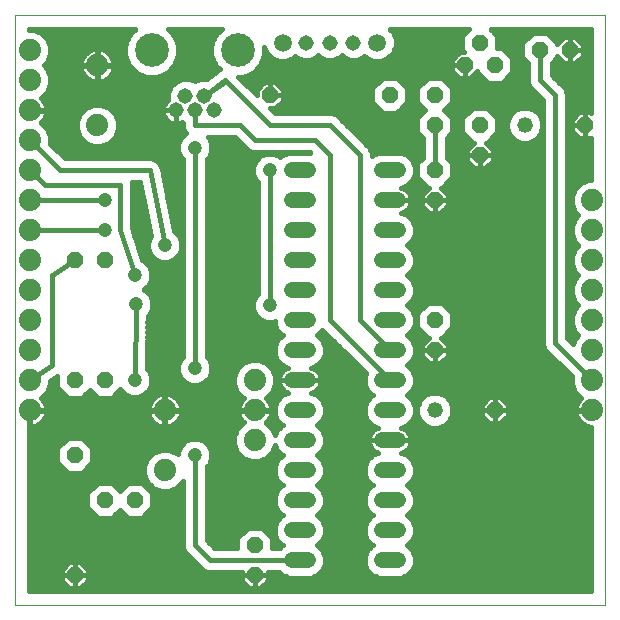
<source format=gbl>
G75*
%MOIN*%
%OFA0B0*%
%FSLAX25Y25*%
%IPPOS*%
%LPD*%
%AMOC8*
5,1,8,0,0,1.08239X$1,22.5*
%
%ADD10C,0.00000*%
%ADD11OC8,0.05200*%
%ADD12C,0.05200*%
%ADD13C,0.05150*%
%ADD14C,0.11220*%
%ADD15C,0.05200*%
%ADD16C,0.05937*%
%ADD17C,0.07400*%
%ADD18C,0.01600*%
%ADD19C,0.04750*%
D10*
X0006000Y0001800D02*
X0006000Y0198650D01*
X0202850Y0198650D01*
X0202850Y0001800D01*
X0006000Y0001800D01*
D11*
X0026000Y0011800D03*
X0036000Y0036800D03*
X0046000Y0036800D03*
X0026000Y0051800D03*
X0026000Y0076800D03*
X0036000Y0076800D03*
X0036000Y0116800D03*
X0026000Y0116800D03*
X0091000Y0171800D03*
X0131000Y0171800D03*
X0146000Y0171800D03*
X0156000Y0181800D03*
X0161000Y0189300D03*
X0166000Y0181800D03*
X0181000Y0186800D03*
X0191000Y0186800D03*
X0196000Y0161800D03*
X0161000Y0161800D03*
X0161000Y0151800D03*
X0146000Y0146800D03*
X0146000Y0136800D03*
X0146000Y0161800D03*
X0146000Y0096800D03*
X0146000Y0086800D03*
X0166000Y0066800D03*
X0086000Y0021800D03*
X0086000Y0011800D03*
D12*
X0146000Y0066800D03*
X0176000Y0161800D03*
D13*
X0118874Y0189300D03*
X0111000Y0189300D03*
X0103126Y0189300D03*
X0072299Y0166721D03*
X0069150Y0171446D03*
X0066000Y0166721D03*
X0062850Y0171446D03*
X0059701Y0166721D03*
D14*
X0051630Y0186800D03*
X0080370Y0186800D03*
D15*
X0098400Y0146800D02*
X0103600Y0146800D01*
X0103600Y0136800D02*
X0098400Y0136800D01*
X0098400Y0126800D02*
X0103600Y0126800D01*
X0103600Y0116800D02*
X0098400Y0116800D01*
X0098400Y0106800D02*
X0103600Y0106800D01*
X0103600Y0096800D02*
X0098400Y0096800D01*
X0098400Y0086800D02*
X0103600Y0086800D01*
X0103600Y0076800D02*
X0098400Y0076800D01*
X0098400Y0066800D02*
X0103600Y0066800D01*
X0103600Y0056800D02*
X0098400Y0056800D01*
X0098400Y0046800D02*
X0103600Y0046800D01*
X0103600Y0036800D02*
X0098400Y0036800D01*
X0098400Y0026800D02*
X0103600Y0026800D01*
X0103600Y0016800D02*
X0098400Y0016800D01*
X0128400Y0016800D02*
X0133600Y0016800D01*
X0133600Y0026800D02*
X0128400Y0026800D01*
X0128400Y0036800D02*
X0133600Y0036800D01*
X0133600Y0046800D02*
X0128400Y0046800D01*
X0128400Y0056800D02*
X0133600Y0056800D01*
X0133600Y0066800D02*
X0128400Y0066800D01*
X0128400Y0076800D02*
X0133600Y0076800D01*
X0133600Y0086800D02*
X0128400Y0086800D01*
X0128400Y0096800D02*
X0133600Y0096800D01*
X0133600Y0106800D02*
X0128400Y0106800D01*
X0128400Y0116800D02*
X0133600Y0116800D01*
X0133600Y0126800D02*
X0128400Y0126800D01*
X0128400Y0136800D02*
X0133600Y0136800D01*
X0133600Y0146800D02*
X0128400Y0146800D01*
D16*
X0126748Y0189300D03*
X0095252Y0189300D03*
D17*
X0033500Y0181800D03*
X0033500Y0161800D03*
X0011000Y0156800D03*
X0011000Y0146800D03*
X0011000Y0136800D03*
X0011000Y0126800D03*
X0011000Y0116800D03*
X0011000Y0106800D03*
X0011000Y0096800D03*
X0011000Y0086800D03*
X0011000Y0076800D03*
X0011000Y0066800D03*
X0056000Y0066800D03*
X0056000Y0046800D03*
X0086000Y0056800D03*
X0086000Y0066800D03*
X0086000Y0076800D03*
X0011000Y0166800D03*
X0011000Y0176800D03*
X0011000Y0186800D03*
X0198500Y0136800D03*
X0198500Y0126800D03*
X0198500Y0116800D03*
X0198500Y0106800D03*
X0198500Y0096800D03*
X0198500Y0086800D03*
X0198500Y0076800D03*
X0198500Y0066800D03*
D18*
X0198050Y0067000D02*
X0198050Y0066600D01*
X0193000Y0066600D01*
X0193000Y0066367D01*
X0193135Y0065512D01*
X0193403Y0064689D01*
X0193796Y0063917D01*
X0194305Y0063217D01*
X0194917Y0062605D01*
X0195617Y0062096D01*
X0196389Y0061703D01*
X0197212Y0061435D01*
X0198050Y0061303D01*
X0198050Y0006600D01*
X0010800Y0006600D01*
X0010800Y0066600D01*
X0011200Y0066600D01*
X0011200Y0067000D01*
X0016500Y0067000D01*
X0016500Y0067233D01*
X0016365Y0068088D01*
X0016097Y0068911D01*
X0015704Y0069683D01*
X0015195Y0070383D01*
X0014710Y0070868D01*
X0014909Y0070950D01*
X0016850Y0072891D01*
X0017900Y0075427D01*
X0017900Y0076593D01*
X0020200Y0078126D01*
X0020200Y0074398D01*
X0023598Y0071000D01*
X0028402Y0071000D01*
X0031000Y0073598D01*
X0033598Y0071000D01*
X0038402Y0071000D01*
X0041207Y0073804D01*
X0041274Y0073642D01*
X0042842Y0072074D01*
X0044891Y0071225D01*
X0047109Y0071225D01*
X0049158Y0072074D01*
X0050726Y0073642D01*
X0051575Y0075691D01*
X0051575Y0077909D01*
X0050726Y0079958D01*
X0050047Y0080637D01*
X0050263Y0098179D01*
X0051037Y0098953D01*
X0051885Y0101002D01*
X0051885Y0103220D01*
X0051037Y0105268D01*
X0049468Y0106837D01*
X0049027Y0107020D01*
X0049158Y0107074D01*
X0050726Y0108642D01*
X0051575Y0110691D01*
X0051575Y0112909D01*
X0050726Y0114958D01*
X0049158Y0116526D01*
X0048558Y0116774D01*
X0045000Y0127449D01*
X0045000Y0142596D01*
X0044915Y0142800D01*
X0047721Y0142800D01*
X0051287Y0124971D01*
X0051274Y0124958D01*
X0050425Y0122909D01*
X0050425Y0120691D01*
X0051274Y0118642D01*
X0052842Y0117074D01*
X0054891Y0116225D01*
X0057109Y0116225D01*
X0059158Y0117074D01*
X0060726Y0118642D01*
X0061575Y0120691D01*
X0061575Y0122909D01*
X0060726Y0124958D01*
X0059158Y0126526D01*
X0059132Y0126537D01*
X0055000Y0147196D01*
X0055000Y0147596D01*
X0054845Y0147969D01*
X0054766Y0148365D01*
X0054544Y0148697D01*
X0054391Y0149066D01*
X0054105Y0149351D01*
X0053881Y0149687D01*
X0053548Y0149908D01*
X0053266Y0150191D01*
X0052893Y0150346D01*
X0052557Y0150570D01*
X0052165Y0150647D01*
X0051796Y0150800D01*
X0051392Y0150800D01*
X0050996Y0150878D01*
X0050604Y0150800D01*
X0022657Y0150800D01*
X0017900Y0155557D01*
X0017900Y0158172D01*
X0016850Y0160709D01*
X0014909Y0162650D01*
X0014710Y0162732D01*
X0015195Y0163217D01*
X0015704Y0163917D01*
X0016097Y0164689D01*
X0016365Y0165512D01*
X0016500Y0166367D01*
X0016500Y0166600D01*
X0011200Y0166600D01*
X0011200Y0167000D01*
X0016500Y0167000D01*
X0016500Y0167233D01*
X0016365Y0168088D01*
X0016097Y0168911D01*
X0015704Y0169683D01*
X0015195Y0170383D01*
X0014710Y0170868D01*
X0014909Y0170950D01*
X0016850Y0172891D01*
X0017900Y0175427D01*
X0017900Y0178172D01*
X0016850Y0180709D01*
X0015758Y0181800D01*
X0016850Y0182891D01*
X0017900Y0185427D01*
X0017900Y0188172D01*
X0016850Y0190709D01*
X0014909Y0192650D01*
X0012372Y0193700D01*
X0010800Y0193700D01*
X0010800Y0193850D01*
X0046221Y0193850D01*
X0044161Y0191791D01*
X0042820Y0188552D01*
X0042820Y0185048D01*
X0044161Y0181809D01*
X0046639Y0179331D01*
X0049877Y0177990D01*
X0053382Y0177990D01*
X0056621Y0179331D01*
X0059099Y0181809D01*
X0060440Y0185048D01*
X0060440Y0188552D01*
X0059099Y0191791D01*
X0057039Y0193850D01*
X0074961Y0193850D01*
X0072901Y0191791D01*
X0071560Y0188552D01*
X0071560Y0185048D01*
X0072901Y0181809D01*
X0074246Y0180464D01*
X0074164Y0180442D01*
X0070043Y0177220D01*
X0068001Y0177220D01*
X0066000Y0176392D01*
X0063999Y0177220D01*
X0061702Y0177220D01*
X0059579Y0176341D01*
X0057955Y0174717D01*
X0057076Y0172594D01*
X0057076Y0170297D01*
X0057100Y0170239D01*
X0056851Y0170058D01*
X0056364Y0169571D01*
X0055959Y0169014D01*
X0055646Y0168401D01*
X0055434Y0167746D01*
X0055326Y0167066D01*
X0055326Y0166721D01*
X0055326Y0166377D01*
X0055434Y0165697D01*
X0055646Y0165042D01*
X0055959Y0164428D01*
X0056364Y0163871D01*
X0056851Y0163384D01*
X0057408Y0162980D01*
X0058021Y0162667D01*
X0058676Y0162454D01*
X0059356Y0162346D01*
X0059701Y0162346D01*
X0060045Y0162346D01*
X0060725Y0162454D01*
X0061380Y0162667D01*
X0061716Y0162838D01*
X0061932Y0162622D01*
X0061921Y0162596D01*
X0061921Y0161832D01*
X0061909Y0161068D01*
X0061921Y0161038D01*
X0061921Y0161004D01*
X0062213Y0160299D01*
X0062494Y0159589D01*
X0062518Y0159565D01*
X0062530Y0159534D01*
X0062981Y0159084D01*
X0062842Y0159026D01*
X0061274Y0157458D01*
X0060425Y0155409D01*
X0060425Y0153191D01*
X0061274Y0151142D01*
X0062000Y0150416D01*
X0062000Y0084659D01*
X0061274Y0083933D01*
X0060425Y0081884D01*
X0060425Y0079666D01*
X0061274Y0077617D01*
X0062842Y0076049D01*
X0064891Y0075200D01*
X0067109Y0075200D01*
X0069158Y0076049D01*
X0070726Y0077617D01*
X0071575Y0079666D01*
X0071575Y0081884D01*
X0070726Y0083933D01*
X0070000Y0084659D01*
X0070000Y0150416D01*
X0070726Y0151142D01*
X0071575Y0153191D01*
X0071575Y0155409D01*
X0070726Y0157458D01*
X0070384Y0157800D01*
X0079343Y0157800D01*
X0082609Y0154534D01*
X0083734Y0153409D01*
X0085204Y0152800D01*
X0104343Y0152800D01*
X0104543Y0152600D01*
X0097246Y0152600D01*
X0095115Y0151717D01*
X0094541Y0151143D01*
X0094158Y0151526D01*
X0092109Y0152375D01*
X0089891Y0152375D01*
X0087842Y0151526D01*
X0086274Y0149958D01*
X0085425Y0147909D01*
X0085425Y0145691D01*
X0086274Y0143642D01*
X0087000Y0142916D01*
X0087000Y0105684D01*
X0086274Y0104958D01*
X0085425Y0102909D01*
X0085425Y0100691D01*
X0086274Y0098642D01*
X0087842Y0097074D01*
X0089891Y0096225D01*
X0092109Y0096225D01*
X0092600Y0096429D01*
X0092600Y0095646D01*
X0093483Y0093515D01*
X0095115Y0091883D01*
X0095315Y0091800D01*
X0095115Y0091717D01*
X0093483Y0090085D01*
X0092600Y0087954D01*
X0092600Y0085646D01*
X0093483Y0083515D01*
X0095115Y0081883D01*
X0097177Y0081029D01*
X0096711Y0080878D01*
X0096094Y0080563D01*
X0095534Y0080156D01*
X0095044Y0079666D01*
X0094637Y0079106D01*
X0094322Y0078489D01*
X0094108Y0077830D01*
X0094000Y0077146D01*
X0094000Y0076800D01*
X0101000Y0076800D01*
X0108000Y0076800D01*
X0108000Y0077146D01*
X0107892Y0077830D01*
X0107678Y0078489D01*
X0107363Y0079106D01*
X0106956Y0079666D01*
X0106466Y0080156D01*
X0105906Y0080563D01*
X0105289Y0080878D01*
X0104823Y0081029D01*
X0106885Y0081883D01*
X0108517Y0083515D01*
X0109400Y0085646D01*
X0109400Y0087954D01*
X0108517Y0090085D01*
X0106885Y0091717D01*
X0106685Y0091800D01*
X0106885Y0091883D01*
X0108517Y0093515D01*
X0108550Y0093593D01*
X0123066Y0079078D01*
X0122600Y0077954D01*
X0122600Y0075646D01*
X0123483Y0073515D01*
X0125115Y0071883D01*
X0125315Y0071800D01*
X0125115Y0071717D01*
X0123483Y0070085D01*
X0122600Y0067954D01*
X0122600Y0065646D01*
X0123483Y0063515D01*
X0125115Y0061883D01*
X0127177Y0061029D01*
X0126711Y0060878D01*
X0126094Y0060563D01*
X0125534Y0060156D01*
X0125044Y0059666D01*
X0124637Y0059106D01*
X0124322Y0058489D01*
X0124108Y0057830D01*
X0124000Y0057146D01*
X0124000Y0056800D01*
X0131000Y0056800D01*
X0138000Y0056800D01*
X0138000Y0057146D01*
X0137892Y0057830D01*
X0137678Y0058489D01*
X0137363Y0059106D01*
X0136956Y0059666D01*
X0136466Y0060156D01*
X0135906Y0060563D01*
X0135289Y0060878D01*
X0134823Y0061029D01*
X0136885Y0061883D01*
X0138517Y0063515D01*
X0139400Y0065646D01*
X0139400Y0067954D01*
X0138517Y0070085D01*
X0136885Y0071717D01*
X0136685Y0071800D01*
X0136885Y0071883D01*
X0138517Y0073515D01*
X0139400Y0075646D01*
X0139400Y0077954D01*
X0138517Y0080085D01*
X0136885Y0081717D01*
X0136685Y0081800D01*
X0136885Y0081883D01*
X0138517Y0083515D01*
X0139400Y0085646D01*
X0139400Y0087954D01*
X0138517Y0090085D01*
X0136885Y0091717D01*
X0136685Y0091800D01*
X0136885Y0091883D01*
X0138517Y0093515D01*
X0139400Y0095646D01*
X0139400Y0097954D01*
X0138517Y0100085D01*
X0136885Y0101717D01*
X0136685Y0101800D01*
X0136885Y0101883D01*
X0138517Y0103515D01*
X0139400Y0105646D01*
X0139400Y0107954D01*
X0138517Y0110085D01*
X0136885Y0111717D01*
X0136685Y0111800D01*
X0136885Y0111883D01*
X0138517Y0113515D01*
X0139400Y0115646D01*
X0139400Y0117954D01*
X0138517Y0120085D01*
X0136885Y0121717D01*
X0136685Y0121800D01*
X0136885Y0121883D01*
X0138517Y0123515D01*
X0139400Y0125646D01*
X0139400Y0127954D01*
X0138517Y0130085D01*
X0136885Y0131717D01*
X0134823Y0132571D01*
X0135289Y0132722D01*
X0135906Y0133037D01*
X0136466Y0133444D01*
X0136956Y0133934D01*
X0137363Y0134494D01*
X0137678Y0135111D01*
X0137892Y0135770D01*
X0138000Y0136454D01*
X0138000Y0136800D01*
X0138000Y0137146D01*
X0137892Y0137830D01*
X0137678Y0138489D01*
X0137363Y0139106D01*
X0136956Y0139666D01*
X0136466Y0140156D01*
X0135906Y0140563D01*
X0135289Y0140878D01*
X0134823Y0141029D01*
X0136885Y0141883D01*
X0138517Y0143515D01*
X0139400Y0145646D01*
X0139400Y0147954D01*
X0138517Y0150085D01*
X0136885Y0151717D01*
X0134754Y0152600D01*
X0127246Y0152600D01*
X0125115Y0151717D01*
X0125000Y0151602D01*
X0125000Y0152596D01*
X0124391Y0154066D01*
X0123266Y0155191D01*
X0123266Y0155191D01*
X0113266Y0165191D01*
X0111796Y0165800D01*
X0092657Y0165800D01*
X0091057Y0167400D01*
X0092823Y0167400D01*
X0095400Y0169977D01*
X0095400Y0171800D01*
X0095400Y0173623D01*
X0092823Y0176200D01*
X0091000Y0176200D01*
X0091000Y0171800D01*
X0091000Y0171800D01*
X0095400Y0171800D01*
X0091000Y0171800D01*
X0091000Y0171800D01*
X0091000Y0176200D01*
X0089177Y0176200D01*
X0086600Y0173623D01*
X0086600Y0171857D01*
X0080467Y0177990D01*
X0082123Y0177990D01*
X0085361Y0179331D01*
X0087839Y0181809D01*
X0089180Y0185048D01*
X0089180Y0187839D01*
X0090023Y0185806D01*
X0091758Y0184071D01*
X0094025Y0183131D01*
X0096479Y0183131D01*
X0098746Y0184071D01*
X0099467Y0184792D01*
X0099855Y0184404D01*
X0101977Y0183525D01*
X0104275Y0183525D01*
X0106397Y0184404D01*
X0107063Y0185070D01*
X0107729Y0184404D01*
X0109851Y0183525D01*
X0112149Y0183525D01*
X0114271Y0184404D01*
X0114937Y0185070D01*
X0115603Y0184404D01*
X0117725Y0183525D01*
X0120023Y0183525D01*
X0122145Y0184404D01*
X0122533Y0184792D01*
X0123254Y0184071D01*
X0125521Y0183131D01*
X0127975Y0183131D01*
X0130242Y0184071D01*
X0131977Y0185806D01*
X0132917Y0188073D01*
X0132917Y0190527D01*
X0131977Y0192794D01*
X0130921Y0193850D01*
X0157348Y0193850D01*
X0155200Y0191702D01*
X0155200Y0186898D01*
X0155898Y0186200D01*
X0154177Y0186200D01*
X0151600Y0183623D01*
X0151600Y0181800D01*
X0156000Y0181800D01*
X0156000Y0177400D01*
X0157823Y0177400D01*
X0160200Y0179777D01*
X0160200Y0179398D01*
X0163598Y0176000D01*
X0168402Y0176000D01*
X0171800Y0179398D01*
X0171800Y0184202D01*
X0168402Y0187600D01*
X0166800Y0187600D01*
X0166800Y0191702D01*
X0164652Y0193850D01*
X0198050Y0193850D01*
X0198050Y0165972D01*
X0197823Y0166200D01*
X0196000Y0166200D01*
X0196000Y0161800D01*
X0196000Y0161800D01*
X0196000Y0157400D01*
X0197823Y0157400D01*
X0198050Y0157628D01*
X0198050Y0143700D01*
X0197127Y0143700D01*
X0194591Y0142650D01*
X0192650Y0140709D01*
X0191600Y0138172D01*
X0191600Y0135427D01*
X0192650Y0132891D01*
X0193742Y0131800D01*
X0192650Y0130709D01*
X0191600Y0128172D01*
X0191600Y0125427D01*
X0192650Y0122891D01*
X0193742Y0121800D01*
X0192650Y0120709D01*
X0191600Y0118172D01*
X0191600Y0115427D01*
X0192650Y0112891D01*
X0193742Y0111800D01*
X0192650Y0110709D01*
X0191600Y0108172D01*
X0191600Y0105427D01*
X0192650Y0102891D01*
X0193742Y0101800D01*
X0192650Y0100709D01*
X0191600Y0098172D01*
X0191600Y0095427D01*
X0192650Y0092891D01*
X0193742Y0091800D01*
X0192650Y0090709D01*
X0191947Y0089010D01*
X0190000Y0090957D01*
X0190000Y0172596D01*
X0189391Y0174066D01*
X0188266Y0175191D01*
X0188266Y0175191D01*
X0185000Y0178457D01*
X0185000Y0182598D01*
X0186800Y0184398D01*
X0186800Y0184777D01*
X0189177Y0182400D01*
X0191000Y0182400D01*
X0192823Y0182400D01*
X0195400Y0184977D01*
X0195400Y0186800D01*
X0195400Y0188623D01*
X0192823Y0191200D01*
X0191000Y0191200D01*
X0191000Y0186800D01*
X0191000Y0186800D01*
X0195400Y0186800D01*
X0191000Y0186800D01*
X0191000Y0186800D01*
X0191000Y0191200D01*
X0189177Y0191200D01*
X0186800Y0188823D01*
X0186800Y0189202D01*
X0183402Y0192600D01*
X0178598Y0192600D01*
X0175200Y0189202D01*
X0175200Y0184398D01*
X0177000Y0182598D01*
X0177000Y0176004D01*
X0177609Y0174534D01*
X0182000Y0170143D01*
X0182000Y0088504D01*
X0182609Y0087034D01*
X0191600Y0078043D01*
X0191600Y0075427D01*
X0192650Y0072891D01*
X0194591Y0070950D01*
X0194790Y0070868D01*
X0194305Y0070383D01*
X0193796Y0069683D01*
X0193403Y0068911D01*
X0193135Y0068088D01*
X0193000Y0067233D01*
X0193000Y0067000D01*
X0198050Y0067000D01*
X0193416Y0068937D02*
X0170085Y0068937D01*
X0170400Y0068623D02*
X0167823Y0071200D01*
X0166000Y0071200D01*
X0166000Y0066800D01*
X0170400Y0066800D01*
X0170400Y0068623D01*
X0170400Y0067339D02*
X0193017Y0067339D01*
X0193099Y0065740D02*
X0170400Y0065740D01*
X0170400Y0064977D02*
X0170400Y0066800D01*
X0166000Y0066800D01*
X0166000Y0066800D01*
X0166000Y0066800D01*
X0166000Y0062400D01*
X0167823Y0062400D01*
X0170400Y0064977D01*
X0169564Y0064142D02*
X0193682Y0064142D01*
X0195002Y0062543D02*
X0167966Y0062543D01*
X0166000Y0062543D02*
X0166000Y0062543D01*
X0166000Y0062400D02*
X0166000Y0066800D01*
X0166000Y0066800D01*
X0166000Y0066800D01*
X0161600Y0066800D01*
X0161600Y0068623D01*
X0164177Y0071200D01*
X0166000Y0071200D01*
X0166000Y0066800D01*
X0161600Y0066800D01*
X0161600Y0064977D01*
X0164177Y0062400D01*
X0166000Y0062400D01*
X0166000Y0064142D02*
X0166000Y0064142D01*
X0166000Y0065740D02*
X0166000Y0065740D01*
X0166000Y0067339D02*
X0166000Y0067339D01*
X0166000Y0068937D02*
X0166000Y0068937D01*
X0166000Y0070536D02*
X0166000Y0070536D01*
X0168487Y0070536D02*
X0194458Y0070536D01*
X0193407Y0072134D02*
X0148277Y0072134D01*
X0149285Y0071717D02*
X0147154Y0072600D01*
X0144846Y0072600D01*
X0142715Y0071717D01*
X0141083Y0070085D01*
X0140200Y0067954D01*
X0140200Y0065646D01*
X0141083Y0063515D01*
X0142715Y0061883D01*
X0144846Y0061000D01*
X0147154Y0061000D01*
X0149285Y0061883D01*
X0150917Y0063515D01*
X0151800Y0065646D01*
X0151800Y0067954D01*
X0150917Y0070085D01*
X0149285Y0071717D01*
X0150466Y0070536D02*
X0163513Y0070536D01*
X0161915Y0068937D02*
X0151392Y0068937D01*
X0151800Y0067339D02*
X0161600Y0067339D01*
X0161600Y0065740D02*
X0151800Y0065740D01*
X0151177Y0064142D02*
X0162436Y0064142D01*
X0164034Y0062543D02*
X0149946Y0062543D01*
X0142054Y0062543D02*
X0137546Y0062543D01*
X0138777Y0064142D02*
X0140823Y0064142D01*
X0140200Y0065740D02*
X0139400Y0065740D01*
X0139400Y0067339D02*
X0140200Y0067339D01*
X0140608Y0068937D02*
X0138992Y0068937D01*
X0138066Y0070536D02*
X0141534Y0070536D01*
X0143723Y0072134D02*
X0137137Y0072134D01*
X0138607Y0073733D02*
X0192302Y0073733D01*
X0191640Y0075332D02*
X0139270Y0075332D01*
X0139400Y0076930D02*
X0191600Y0076930D01*
X0191115Y0078529D02*
X0139162Y0078529D01*
X0138475Y0080127D02*
X0189516Y0080127D01*
X0187918Y0081726D02*
X0136865Y0081726D01*
X0138327Y0083324D02*
X0143253Y0083324D01*
X0144177Y0082400D02*
X0141600Y0084977D01*
X0141600Y0086800D01*
X0146000Y0086800D01*
X0150400Y0086800D01*
X0150400Y0088623D01*
X0148023Y0091000D01*
X0148402Y0091000D01*
X0151800Y0094398D01*
X0151800Y0099202D01*
X0148402Y0102600D01*
X0143598Y0102600D01*
X0140200Y0099202D01*
X0140200Y0094398D01*
X0143598Y0091000D01*
X0143977Y0091000D01*
X0141600Y0088623D01*
X0141600Y0086800D01*
X0146000Y0086800D01*
X0146000Y0086800D01*
X0146000Y0086800D01*
X0150400Y0086800D01*
X0150400Y0084977D01*
X0147823Y0082400D01*
X0146000Y0082400D01*
X0146000Y0086800D01*
X0146000Y0086800D01*
X0146000Y0082400D01*
X0144177Y0082400D01*
X0146000Y0083324D02*
X0146000Y0083324D01*
X0146000Y0084923D02*
X0146000Y0084923D01*
X0146000Y0086521D02*
X0146000Y0086521D01*
X0148747Y0083324D02*
X0186319Y0083324D01*
X0184721Y0084923D02*
X0150345Y0084923D01*
X0150400Y0086521D02*
X0183122Y0086521D01*
X0182159Y0088120D02*
X0150400Y0088120D01*
X0149304Y0089718D02*
X0182000Y0089718D01*
X0182000Y0091317D02*
X0148719Y0091317D01*
X0150318Y0092915D02*
X0182000Y0092915D01*
X0182000Y0094514D02*
X0151800Y0094514D01*
X0151800Y0096112D02*
X0182000Y0096112D01*
X0182000Y0097711D02*
X0151800Y0097711D01*
X0151693Y0099309D02*
X0182000Y0099309D01*
X0182000Y0100908D02*
X0150095Y0100908D01*
X0148496Y0102506D02*
X0182000Y0102506D01*
X0182000Y0104105D02*
X0138761Y0104105D01*
X0139400Y0105703D02*
X0182000Y0105703D01*
X0182000Y0107302D02*
X0139400Y0107302D01*
X0139008Y0108900D02*
X0182000Y0108900D01*
X0182000Y0110499D02*
X0138104Y0110499D01*
X0137100Y0112097D02*
X0182000Y0112097D01*
X0182000Y0113696D02*
X0138592Y0113696D01*
X0139254Y0115294D02*
X0182000Y0115294D01*
X0182000Y0116893D02*
X0139400Y0116893D01*
X0139177Y0118491D02*
X0182000Y0118491D01*
X0182000Y0120090D02*
X0138513Y0120090D01*
X0136914Y0121688D02*
X0182000Y0121688D01*
X0182000Y0123287D02*
X0138289Y0123287D01*
X0139085Y0124885D02*
X0182000Y0124885D01*
X0182000Y0126484D02*
X0139400Y0126484D01*
X0139347Y0128082D02*
X0182000Y0128082D01*
X0182000Y0129681D02*
X0138685Y0129681D01*
X0137323Y0131279D02*
X0182000Y0131279D01*
X0182000Y0132878D02*
X0148300Y0132878D01*
X0147823Y0132400D02*
X0150400Y0134977D01*
X0150400Y0136800D01*
X0150400Y0138623D01*
X0148023Y0141000D01*
X0148402Y0141000D01*
X0151800Y0144398D01*
X0151800Y0149202D01*
X0150000Y0151002D01*
X0150000Y0157598D01*
X0151800Y0159398D01*
X0151800Y0164202D01*
X0149202Y0166800D01*
X0151800Y0169398D01*
X0151800Y0174202D01*
X0148402Y0177600D01*
X0143598Y0177600D01*
X0140200Y0174202D01*
X0140200Y0169398D01*
X0142798Y0166800D01*
X0140200Y0164202D01*
X0140200Y0159398D01*
X0142000Y0157598D01*
X0142000Y0151002D01*
X0140200Y0149202D01*
X0140200Y0144398D01*
X0143598Y0141000D01*
X0143977Y0141000D01*
X0141600Y0138623D01*
X0141600Y0136800D01*
X0146000Y0136800D01*
X0150400Y0136800D01*
X0146000Y0136800D01*
X0146000Y0136800D01*
X0146000Y0136800D01*
X0146000Y0132400D01*
X0147823Y0132400D01*
X0146000Y0132400D02*
X0146000Y0136800D01*
X0146000Y0136800D01*
X0141600Y0136800D01*
X0141600Y0134977D01*
X0144177Y0132400D01*
X0146000Y0132400D01*
X0146000Y0132878D02*
X0146000Y0132878D01*
X0146000Y0134476D02*
X0146000Y0134476D01*
X0146000Y0136075D02*
X0146000Y0136075D01*
X0143700Y0132878D02*
X0135594Y0132878D01*
X0137351Y0134476D02*
X0142101Y0134476D01*
X0141600Y0136075D02*
X0137940Y0136075D01*
X0138000Y0136800D02*
X0131000Y0136800D01*
X0138000Y0136800D01*
X0137916Y0137673D02*
X0141600Y0137673D01*
X0142249Y0139272D02*
X0137243Y0139272D01*
X0135303Y0140870D02*
X0143848Y0140870D01*
X0142129Y0142469D02*
X0137471Y0142469D01*
X0138746Y0144068D02*
X0140530Y0144068D01*
X0140200Y0145666D02*
X0139400Y0145666D01*
X0139400Y0147265D02*
X0140200Y0147265D01*
X0140200Y0148863D02*
X0139023Y0148863D01*
X0138141Y0150462D02*
X0141459Y0150462D01*
X0142000Y0152060D02*
X0136057Y0152060D01*
X0142000Y0153659D02*
X0124560Y0153659D01*
X0125000Y0152060D02*
X0125943Y0152060D01*
X0123200Y0155257D02*
X0142000Y0155257D01*
X0142000Y0156856D02*
X0121601Y0156856D01*
X0120003Y0158454D02*
X0141143Y0158454D01*
X0140200Y0160053D02*
X0118404Y0160053D01*
X0116806Y0161651D02*
X0140200Y0161651D01*
X0140200Y0163250D02*
X0115207Y0163250D01*
X0113609Y0164848D02*
X0140846Y0164848D01*
X0142444Y0166447D02*
X0133849Y0166447D01*
X0133402Y0166000D02*
X0136800Y0169398D01*
X0136800Y0174202D01*
X0133402Y0177600D01*
X0128598Y0177600D01*
X0125200Y0174202D01*
X0125200Y0169398D01*
X0128598Y0166000D01*
X0133402Y0166000D01*
X0135448Y0168045D02*
X0141552Y0168045D01*
X0140200Y0169644D02*
X0136800Y0169644D01*
X0136800Y0171242D02*
X0140200Y0171242D01*
X0140200Y0172841D02*
X0136800Y0172841D01*
X0136563Y0174439D02*
X0140437Y0174439D01*
X0142035Y0176038D02*
X0134965Y0176038D01*
X0127035Y0176038D02*
X0092985Y0176038D01*
X0091000Y0176038D02*
X0091000Y0176038D01*
X0091000Y0174439D02*
X0091000Y0174439D01*
X0091000Y0172841D02*
X0091000Y0172841D01*
X0089015Y0176038D02*
X0082419Y0176038D01*
X0080821Y0177636D02*
X0153941Y0177636D01*
X0154177Y0177400D02*
X0156000Y0177400D01*
X0156000Y0181800D01*
X0156000Y0181800D01*
X0156000Y0181800D01*
X0151600Y0181800D01*
X0151600Y0179977D01*
X0154177Y0177400D01*
X0156000Y0177636D02*
X0156000Y0177636D01*
X0156000Y0179235D02*
X0156000Y0179235D01*
X0156000Y0180833D02*
X0156000Y0180833D01*
X0152343Y0179235D02*
X0085128Y0179235D01*
X0086863Y0180833D02*
X0151600Y0180833D01*
X0151600Y0182432D02*
X0088097Y0182432D01*
X0088759Y0184030D02*
X0091855Y0184030D01*
X0090200Y0185629D02*
X0089180Y0185629D01*
X0089180Y0187227D02*
X0089434Y0187227D01*
X0098649Y0184030D02*
X0100758Y0184030D01*
X0105494Y0184030D02*
X0108632Y0184030D01*
X0113368Y0184030D02*
X0116506Y0184030D01*
X0121242Y0184030D02*
X0123351Y0184030D01*
X0130145Y0184030D02*
X0152008Y0184030D01*
X0153606Y0185629D02*
X0131800Y0185629D01*
X0132566Y0187227D02*
X0155200Y0187227D01*
X0155200Y0188826D02*
X0132917Y0188826D01*
X0132917Y0190424D02*
X0155200Y0190424D01*
X0155520Y0192023D02*
X0132297Y0192023D01*
X0131150Y0193621D02*
X0157119Y0193621D01*
X0164881Y0193621D02*
X0198050Y0193621D01*
X0198050Y0192023D02*
X0183980Y0192023D01*
X0185578Y0190424D02*
X0188402Y0190424D01*
X0186803Y0188826D02*
X0186800Y0188826D01*
X0191000Y0188826D02*
X0191000Y0188826D01*
X0191000Y0190424D02*
X0191000Y0190424D01*
X0193598Y0190424D02*
X0198050Y0190424D01*
X0198050Y0188826D02*
X0195197Y0188826D01*
X0195400Y0187227D02*
X0198050Y0187227D01*
X0198050Y0185629D02*
X0195400Y0185629D01*
X0194453Y0184030D02*
X0198050Y0184030D01*
X0198050Y0182432D02*
X0192854Y0182432D01*
X0191000Y0182432D02*
X0191000Y0182432D01*
X0191000Y0182400D02*
X0191000Y0186800D01*
X0191000Y0186800D01*
X0191000Y0182400D01*
X0191000Y0184030D02*
X0191000Y0184030D01*
X0191000Y0185629D02*
X0191000Y0185629D01*
X0191000Y0187227D02*
X0191000Y0187227D01*
X0187547Y0184030D02*
X0186433Y0184030D01*
X0185000Y0182432D02*
X0189146Y0182432D01*
X0185000Y0180833D02*
X0198050Y0180833D01*
X0198050Y0179235D02*
X0185000Y0179235D01*
X0185821Y0177636D02*
X0198050Y0177636D01*
X0198050Y0176038D02*
X0187419Y0176038D01*
X0189018Y0174439D02*
X0198050Y0174439D01*
X0198050Y0172841D02*
X0189898Y0172841D01*
X0190000Y0171242D02*
X0198050Y0171242D01*
X0198050Y0169644D02*
X0190000Y0169644D01*
X0190000Y0168045D02*
X0198050Y0168045D01*
X0198050Y0166447D02*
X0190000Y0166447D01*
X0190000Y0164848D02*
X0192826Y0164848D01*
X0191600Y0163623D02*
X0191600Y0161800D01*
X0196000Y0161800D01*
X0196000Y0161800D01*
X0196000Y0161800D01*
X0196000Y0166200D01*
X0194177Y0166200D01*
X0191600Y0163623D01*
X0191600Y0163250D02*
X0190000Y0163250D01*
X0190000Y0161651D02*
X0191600Y0161651D01*
X0191600Y0161800D02*
X0191600Y0159977D01*
X0194177Y0157400D01*
X0196000Y0157400D01*
X0196000Y0161800D01*
X0191600Y0161800D01*
X0191600Y0160053D02*
X0190000Y0160053D01*
X0190000Y0158454D02*
X0193123Y0158454D01*
X0196000Y0158454D02*
X0196000Y0158454D01*
X0196000Y0160053D02*
X0196000Y0160053D01*
X0196000Y0161651D02*
X0196000Y0161651D01*
X0196000Y0163250D02*
X0196000Y0163250D01*
X0196000Y0164848D02*
X0196000Y0164848D01*
X0198050Y0156856D02*
X0190000Y0156856D01*
X0190000Y0155257D02*
X0198050Y0155257D01*
X0198050Y0153659D02*
X0190000Y0153659D01*
X0190000Y0152060D02*
X0198050Y0152060D01*
X0198050Y0150462D02*
X0190000Y0150462D01*
X0190000Y0148863D02*
X0198050Y0148863D01*
X0198050Y0147265D02*
X0190000Y0147265D01*
X0190000Y0145666D02*
X0198050Y0145666D01*
X0198050Y0144068D02*
X0190000Y0144068D01*
X0190000Y0142469D02*
X0194411Y0142469D01*
X0192812Y0140870D02*
X0190000Y0140870D01*
X0190000Y0139272D02*
X0192055Y0139272D01*
X0191600Y0137673D02*
X0190000Y0137673D01*
X0190000Y0136075D02*
X0191600Y0136075D01*
X0191994Y0134476D02*
X0190000Y0134476D01*
X0190000Y0132878D02*
X0192664Y0132878D01*
X0193221Y0131279D02*
X0190000Y0131279D01*
X0190000Y0129681D02*
X0192225Y0129681D01*
X0191600Y0128082D02*
X0190000Y0128082D01*
X0190000Y0126484D02*
X0191600Y0126484D01*
X0191825Y0124885D02*
X0190000Y0124885D01*
X0190000Y0123287D02*
X0192487Y0123287D01*
X0193630Y0121688D02*
X0190000Y0121688D01*
X0190000Y0120090D02*
X0192394Y0120090D01*
X0191732Y0118491D02*
X0190000Y0118491D01*
X0190000Y0116893D02*
X0191600Y0116893D01*
X0191655Y0115294D02*
X0190000Y0115294D01*
X0190000Y0113696D02*
X0192317Y0113696D01*
X0193445Y0112097D02*
X0190000Y0112097D01*
X0190000Y0110499D02*
X0192564Y0110499D01*
X0191901Y0108900D02*
X0190000Y0108900D01*
X0190000Y0107302D02*
X0191600Y0107302D01*
X0191600Y0105703D02*
X0190000Y0105703D01*
X0190000Y0104105D02*
X0192148Y0104105D01*
X0193036Y0102506D02*
X0190000Y0102506D01*
X0190000Y0100908D02*
X0192850Y0100908D01*
X0192071Y0099309D02*
X0190000Y0099309D01*
X0190000Y0097711D02*
X0191600Y0097711D01*
X0191600Y0096112D02*
X0190000Y0096112D01*
X0190000Y0094514D02*
X0191979Y0094514D01*
X0192641Y0092915D02*
X0190000Y0092915D01*
X0190000Y0091317D02*
X0193259Y0091317D01*
X0192240Y0089718D02*
X0191239Y0089718D01*
X0186000Y0089300D02*
X0198050Y0077250D01*
X0186000Y0089300D02*
X0186000Y0171800D01*
X0181000Y0176800D01*
X0181000Y0186800D01*
X0176422Y0190424D02*
X0166800Y0190424D01*
X0166800Y0188826D02*
X0175200Y0188826D01*
X0175200Y0187227D02*
X0168775Y0187227D01*
X0170374Y0185629D02*
X0175200Y0185629D01*
X0175567Y0184030D02*
X0171800Y0184030D01*
X0171800Y0182432D02*
X0177000Y0182432D01*
X0177000Y0180833D02*
X0171800Y0180833D01*
X0171637Y0179235D02*
X0177000Y0179235D01*
X0177000Y0177636D02*
X0170039Y0177636D01*
X0168440Y0176038D02*
X0177000Y0176038D01*
X0177704Y0174439D02*
X0151563Y0174439D01*
X0151800Y0172841D02*
X0179302Y0172841D01*
X0180901Y0171242D02*
X0151800Y0171242D01*
X0151800Y0169644D02*
X0182000Y0169644D01*
X0182000Y0168045D02*
X0150448Y0168045D01*
X0149556Y0166447D02*
X0157444Y0166447D01*
X0158598Y0167600D02*
X0155200Y0164202D01*
X0155200Y0159398D01*
X0158598Y0156000D01*
X0158977Y0156000D01*
X0156600Y0153623D01*
X0156600Y0151800D01*
X0161000Y0151800D01*
X0165400Y0151800D01*
X0165400Y0153623D01*
X0163023Y0156000D01*
X0163402Y0156000D01*
X0166800Y0159398D01*
X0166800Y0164202D01*
X0163402Y0167600D01*
X0158598Y0167600D01*
X0155846Y0164848D02*
X0151154Y0164848D01*
X0151800Y0163250D02*
X0155200Y0163250D01*
X0155200Y0161651D02*
X0151800Y0161651D01*
X0151800Y0160053D02*
X0155200Y0160053D01*
X0156143Y0158454D02*
X0150857Y0158454D01*
X0150000Y0156856D02*
X0157742Y0156856D01*
X0158235Y0155257D02*
X0150000Y0155257D01*
X0150000Y0153659D02*
X0156636Y0153659D01*
X0156600Y0152060D02*
X0150000Y0152060D01*
X0150541Y0150462D02*
X0156600Y0150462D01*
X0156600Y0149977D02*
X0159177Y0147400D01*
X0161000Y0147400D01*
X0162823Y0147400D01*
X0165400Y0149977D01*
X0165400Y0151800D01*
X0161000Y0151800D01*
X0161000Y0151800D01*
X0161000Y0151800D01*
X0161000Y0147400D01*
X0161000Y0151800D01*
X0161000Y0151800D01*
X0156600Y0151800D01*
X0156600Y0149977D01*
X0157714Y0148863D02*
X0151800Y0148863D01*
X0151800Y0147265D02*
X0182000Y0147265D01*
X0182000Y0148863D02*
X0164286Y0148863D01*
X0165400Y0150462D02*
X0182000Y0150462D01*
X0182000Y0152060D02*
X0165400Y0152060D01*
X0165364Y0153659D02*
X0182000Y0153659D01*
X0182000Y0155257D02*
X0163765Y0155257D01*
X0164258Y0156856D02*
X0172781Y0156856D01*
X0172715Y0156883D02*
X0174846Y0156000D01*
X0177154Y0156000D01*
X0179285Y0156883D01*
X0180917Y0158515D01*
X0181800Y0160646D01*
X0181800Y0162954D01*
X0180917Y0165085D01*
X0179285Y0166717D01*
X0177154Y0167600D01*
X0174846Y0167600D01*
X0172715Y0166717D01*
X0171083Y0165085D01*
X0170200Y0162954D01*
X0170200Y0160646D01*
X0171083Y0158515D01*
X0172715Y0156883D01*
X0171143Y0158454D02*
X0165857Y0158454D01*
X0166800Y0160053D02*
X0170446Y0160053D01*
X0170200Y0161651D02*
X0166800Y0161651D01*
X0166800Y0163250D02*
X0170323Y0163250D01*
X0170985Y0164848D02*
X0166154Y0164848D01*
X0164556Y0166447D02*
X0172444Y0166447D01*
X0179556Y0166447D02*
X0182000Y0166447D01*
X0182000Y0164848D02*
X0181015Y0164848D01*
X0181677Y0163250D02*
X0182000Y0163250D01*
X0182000Y0161651D02*
X0181800Y0161651D01*
X0182000Y0160053D02*
X0181554Y0160053D01*
X0182000Y0158454D02*
X0180857Y0158454D01*
X0182000Y0156856D02*
X0179219Y0156856D01*
X0182000Y0145666D02*
X0151800Y0145666D01*
X0151470Y0144068D02*
X0182000Y0144068D01*
X0182000Y0142469D02*
X0149871Y0142469D01*
X0148152Y0140870D02*
X0182000Y0140870D01*
X0182000Y0139272D02*
X0149751Y0139272D01*
X0150400Y0137673D02*
X0182000Y0137673D01*
X0182000Y0136075D02*
X0150400Y0136075D01*
X0149899Y0134476D02*
X0182000Y0134476D01*
X0161000Y0148863D02*
X0161000Y0148863D01*
X0161000Y0150462D02*
X0161000Y0150462D01*
X0146000Y0146800D02*
X0146000Y0161800D01*
X0149965Y0176038D02*
X0163560Y0176038D01*
X0161961Y0177636D02*
X0158059Y0177636D01*
X0159657Y0179235D02*
X0160363Y0179235D01*
X0166480Y0192023D02*
X0178020Y0192023D01*
X0128151Y0166447D02*
X0092010Y0166447D01*
X0093468Y0168045D02*
X0126552Y0168045D01*
X0125200Y0169644D02*
X0095066Y0169644D01*
X0095400Y0171242D02*
X0125200Y0171242D01*
X0125200Y0172841D02*
X0095400Y0172841D01*
X0094583Y0174439D02*
X0125437Y0174439D01*
X0111000Y0161800D02*
X0121000Y0151800D01*
X0121000Y0096800D01*
X0131000Y0086800D01*
X0137286Y0091317D02*
X0143281Y0091317D01*
X0142696Y0089718D02*
X0138669Y0089718D01*
X0139331Y0088120D02*
X0141600Y0088120D01*
X0141600Y0086521D02*
X0139400Y0086521D01*
X0139100Y0084923D02*
X0141655Y0084923D01*
X0141682Y0092915D02*
X0137918Y0092915D01*
X0138931Y0094514D02*
X0140200Y0094514D01*
X0140200Y0096112D02*
X0139400Y0096112D01*
X0139400Y0097711D02*
X0140200Y0097711D01*
X0140307Y0099309D02*
X0138839Y0099309D01*
X0137695Y0100908D02*
X0141905Y0100908D01*
X0143504Y0102506D02*
X0137509Y0102506D01*
X0118819Y0083324D02*
X0108327Y0083324D01*
X0109100Y0084923D02*
X0117221Y0084923D01*
X0115622Y0086521D02*
X0109400Y0086521D01*
X0109331Y0088120D02*
X0114024Y0088120D01*
X0112425Y0089718D02*
X0108669Y0089718D01*
X0107286Y0091317D02*
X0110827Y0091317D01*
X0109228Y0092915D02*
X0107918Y0092915D01*
X0111000Y0096800D02*
X0131000Y0076800D01*
X0124863Y0072134D02*
X0105877Y0072134D01*
X0105289Y0072722D02*
X0104823Y0072571D01*
X0106885Y0071717D01*
X0108517Y0070085D01*
X0109400Y0067954D01*
X0109400Y0065646D01*
X0108517Y0063515D01*
X0106885Y0061883D01*
X0106685Y0061800D01*
X0106885Y0061717D01*
X0108517Y0060085D01*
X0109400Y0057954D01*
X0109400Y0055646D01*
X0108517Y0053515D01*
X0106885Y0051883D01*
X0106685Y0051800D01*
X0106885Y0051717D01*
X0108517Y0050085D01*
X0109400Y0047954D01*
X0109400Y0045646D01*
X0108517Y0043515D01*
X0106885Y0041883D01*
X0106685Y0041800D01*
X0106885Y0041717D01*
X0108517Y0040085D01*
X0109400Y0037954D01*
X0109400Y0035646D01*
X0108517Y0033515D01*
X0106885Y0031883D01*
X0106685Y0031800D01*
X0106885Y0031717D01*
X0108517Y0030085D01*
X0109400Y0027954D01*
X0109400Y0025646D01*
X0108517Y0023515D01*
X0106885Y0021883D01*
X0106685Y0021800D01*
X0106885Y0021717D01*
X0108517Y0020085D01*
X0109400Y0017954D01*
X0109400Y0015646D01*
X0108517Y0013515D01*
X0106885Y0011883D01*
X0104754Y0011000D01*
X0097246Y0011000D01*
X0095115Y0011883D01*
X0094198Y0012800D01*
X0090400Y0012800D01*
X0090400Y0011800D01*
X0086000Y0011800D01*
X0086000Y0011800D01*
X0090400Y0011800D01*
X0090400Y0009977D01*
X0087823Y0007400D01*
X0086000Y0007400D01*
X0086000Y0011800D01*
X0086000Y0011800D01*
X0086000Y0011800D01*
X0081600Y0011800D01*
X0081600Y0012800D01*
X0070204Y0012800D01*
X0068734Y0013409D01*
X0067609Y0014534D01*
X0063734Y0018409D01*
X0062609Y0019534D01*
X0062000Y0021004D01*
X0062000Y0043255D01*
X0061850Y0042891D01*
X0059909Y0040950D01*
X0057372Y0039900D01*
X0054627Y0039900D01*
X0052091Y0040950D01*
X0050150Y0042891D01*
X0049100Y0045427D01*
X0049100Y0048172D01*
X0050150Y0050709D01*
X0052091Y0052650D01*
X0054627Y0053700D01*
X0057372Y0053700D01*
X0059909Y0052650D01*
X0060425Y0052133D01*
X0060425Y0052909D01*
X0061274Y0054958D01*
X0062842Y0056526D01*
X0064891Y0057375D01*
X0067109Y0057375D01*
X0069158Y0056526D01*
X0070726Y0054958D01*
X0071575Y0052909D01*
X0071575Y0050691D01*
X0070726Y0048642D01*
X0070000Y0047916D01*
X0070000Y0023457D01*
X0072657Y0020800D01*
X0080200Y0020800D01*
X0080200Y0024202D01*
X0083598Y0027600D01*
X0088402Y0027600D01*
X0091800Y0024202D01*
X0091800Y0020800D01*
X0094198Y0020800D01*
X0095115Y0021717D01*
X0095315Y0021800D01*
X0095115Y0021883D01*
X0093483Y0023515D01*
X0092600Y0025646D01*
X0092600Y0027954D01*
X0093483Y0030085D01*
X0095115Y0031717D01*
X0095315Y0031800D01*
X0095115Y0031883D01*
X0093483Y0033515D01*
X0092600Y0035646D01*
X0092600Y0037954D01*
X0093483Y0040085D01*
X0095115Y0041717D01*
X0095315Y0041800D01*
X0095115Y0041883D01*
X0093483Y0043515D01*
X0092600Y0045646D01*
X0092600Y0047954D01*
X0093483Y0050085D01*
X0095115Y0051717D01*
X0095315Y0051800D01*
X0095115Y0051883D01*
X0093483Y0053515D01*
X0092795Y0055175D01*
X0091850Y0052891D01*
X0089909Y0050950D01*
X0087372Y0049900D01*
X0084627Y0049900D01*
X0082091Y0050950D01*
X0080150Y0052891D01*
X0079100Y0055427D01*
X0079100Y0058172D01*
X0080150Y0060709D01*
X0082091Y0062650D01*
X0082290Y0062732D01*
X0081805Y0063217D01*
X0081296Y0063917D01*
X0080903Y0064689D01*
X0080635Y0065512D01*
X0080500Y0066367D01*
X0080500Y0066600D01*
X0085800Y0066600D01*
X0085800Y0067000D01*
X0080500Y0067000D01*
X0080500Y0067233D01*
X0080635Y0068088D01*
X0080903Y0068911D01*
X0081296Y0069683D01*
X0081805Y0070383D01*
X0082290Y0070868D01*
X0082091Y0070950D01*
X0080150Y0072891D01*
X0079100Y0075427D01*
X0079100Y0078172D01*
X0080150Y0080709D01*
X0082091Y0082650D01*
X0084627Y0083700D01*
X0087372Y0083700D01*
X0089909Y0082650D01*
X0091850Y0080709D01*
X0092900Y0078172D01*
X0092900Y0075427D01*
X0091850Y0072891D01*
X0089909Y0070950D01*
X0089710Y0070868D01*
X0090195Y0070383D01*
X0090704Y0069683D01*
X0091097Y0068911D01*
X0091365Y0068088D01*
X0091500Y0067233D01*
X0091500Y0067000D01*
X0086200Y0067000D01*
X0086200Y0066600D01*
X0091500Y0066600D01*
X0091500Y0066367D01*
X0091365Y0065512D01*
X0091097Y0064689D01*
X0090704Y0063917D01*
X0090195Y0063217D01*
X0089710Y0062732D01*
X0089909Y0062650D01*
X0091850Y0060709D01*
X0092795Y0058425D01*
X0093483Y0060085D01*
X0095115Y0061717D01*
X0095315Y0061800D01*
X0095115Y0061883D01*
X0093483Y0063515D01*
X0092600Y0065646D01*
X0092600Y0067954D01*
X0093483Y0070085D01*
X0095115Y0071717D01*
X0097177Y0072571D01*
X0096711Y0072722D01*
X0096094Y0073037D01*
X0095534Y0073444D01*
X0095044Y0073934D01*
X0094637Y0074494D01*
X0094322Y0075111D01*
X0094108Y0075770D01*
X0094000Y0076454D01*
X0094000Y0076800D01*
X0101000Y0076800D01*
X0101000Y0076800D01*
X0108000Y0076800D01*
X0108000Y0076454D01*
X0107892Y0075770D01*
X0107678Y0075111D01*
X0107363Y0074494D01*
X0106956Y0073934D01*
X0106466Y0073444D01*
X0105906Y0073037D01*
X0105289Y0072722D01*
X0106756Y0073733D02*
X0123393Y0073733D01*
X0122730Y0075332D02*
X0107749Y0075332D01*
X0108000Y0076930D02*
X0122600Y0076930D01*
X0122838Y0078529D02*
X0107657Y0078529D01*
X0106495Y0080127D02*
X0122016Y0080127D01*
X0120418Y0081726D02*
X0106505Y0081726D01*
X0101000Y0076800D02*
X0101000Y0076800D01*
X0095505Y0080127D02*
X0092090Y0080127D01*
X0092753Y0078529D02*
X0094343Y0078529D01*
X0094000Y0076930D02*
X0092900Y0076930D01*
X0092860Y0075332D02*
X0094251Y0075332D01*
X0095244Y0073733D02*
X0092198Y0073733D01*
X0091093Y0072134D02*
X0096123Y0072134D01*
X0093934Y0070536D02*
X0090042Y0070536D01*
X0091084Y0068937D02*
X0093008Y0068937D01*
X0092600Y0067339D02*
X0091483Y0067339D01*
X0091401Y0065740D02*
X0092600Y0065740D01*
X0093223Y0064142D02*
X0090818Y0064142D01*
X0090015Y0062543D02*
X0094454Y0062543D01*
X0094342Y0060945D02*
X0091613Y0060945D01*
X0092414Y0059346D02*
X0093177Y0059346D01*
X0093054Y0054551D02*
X0092537Y0054551D01*
X0091875Y0052952D02*
X0094045Y0052952D01*
X0094751Y0051354D02*
X0090312Y0051354D01*
X0093346Y0049755D02*
X0071187Y0049755D01*
X0071575Y0051354D02*
X0081688Y0051354D01*
X0080125Y0052952D02*
X0071557Y0052952D01*
X0070895Y0054551D02*
X0079463Y0054551D01*
X0079100Y0056149D02*
X0069535Y0056149D01*
X0066000Y0051800D02*
X0066000Y0021800D01*
X0071000Y0016800D01*
X0101000Y0016800D01*
X0105698Y0011391D02*
X0126302Y0011391D01*
X0127246Y0011000D02*
X0125115Y0011883D01*
X0123483Y0013515D01*
X0122600Y0015646D01*
X0122600Y0017954D01*
X0123483Y0020085D01*
X0125115Y0021717D01*
X0125315Y0021800D01*
X0125115Y0021883D01*
X0123483Y0023515D01*
X0122600Y0025646D01*
X0122600Y0027954D01*
X0123483Y0030085D01*
X0125115Y0031717D01*
X0125315Y0031800D01*
X0125115Y0031883D01*
X0123483Y0033515D01*
X0122600Y0035646D01*
X0122600Y0037954D01*
X0123483Y0040085D01*
X0125115Y0041717D01*
X0125315Y0041800D01*
X0125115Y0041883D01*
X0123483Y0043515D01*
X0122600Y0045646D01*
X0122600Y0047954D01*
X0123483Y0050085D01*
X0125115Y0051717D01*
X0127177Y0052571D01*
X0126711Y0052722D01*
X0126094Y0053037D01*
X0125534Y0053444D01*
X0125044Y0053934D01*
X0124637Y0054494D01*
X0124322Y0055111D01*
X0124108Y0055770D01*
X0124000Y0056454D01*
X0124000Y0056800D01*
X0131000Y0056800D01*
X0131000Y0056800D01*
X0138000Y0056800D01*
X0138000Y0056454D01*
X0137892Y0055770D01*
X0137678Y0055111D01*
X0137363Y0054494D01*
X0136956Y0053934D01*
X0136466Y0053444D01*
X0135906Y0053037D01*
X0135289Y0052722D01*
X0134823Y0052571D01*
X0136885Y0051717D01*
X0138517Y0050085D01*
X0139400Y0047954D01*
X0139400Y0045646D01*
X0138517Y0043515D01*
X0136885Y0041883D01*
X0136685Y0041800D01*
X0136885Y0041717D01*
X0138517Y0040085D01*
X0139400Y0037954D01*
X0139400Y0035646D01*
X0138517Y0033515D01*
X0136885Y0031883D01*
X0136685Y0031800D01*
X0136885Y0031717D01*
X0138517Y0030085D01*
X0139400Y0027954D01*
X0139400Y0025646D01*
X0138517Y0023515D01*
X0136885Y0021883D01*
X0136685Y0021800D01*
X0136885Y0021717D01*
X0138517Y0020085D01*
X0139400Y0017954D01*
X0139400Y0015646D01*
X0138517Y0013515D01*
X0136885Y0011883D01*
X0134754Y0011000D01*
X0127246Y0011000D01*
X0124008Y0012990D02*
X0107992Y0012990D01*
X0108962Y0014588D02*
X0123038Y0014588D01*
X0122600Y0016187D02*
X0109400Y0016187D01*
X0109400Y0017785D02*
X0122600Y0017785D01*
X0123192Y0019384D02*
X0108808Y0019384D01*
X0107620Y0020982D02*
X0124380Y0020982D01*
X0124417Y0022581D02*
X0107583Y0022581D01*
X0108792Y0024179D02*
X0123208Y0024179D01*
X0122600Y0025778D02*
X0109400Y0025778D01*
X0109400Y0027376D02*
X0122600Y0027376D01*
X0123023Y0028975D02*
X0108977Y0028975D01*
X0108029Y0030573D02*
X0123971Y0030573D01*
X0124826Y0032172D02*
X0107174Y0032172D01*
X0108623Y0033770D02*
X0123377Y0033770D01*
X0122715Y0035369D02*
X0109285Y0035369D01*
X0109400Y0036967D02*
X0122600Y0036967D01*
X0122854Y0038566D02*
X0109146Y0038566D01*
X0108438Y0040164D02*
X0123562Y0040164D01*
X0125225Y0041763D02*
X0106775Y0041763D01*
X0108364Y0043361D02*
X0123636Y0043361D01*
X0122884Y0044960D02*
X0109116Y0044960D01*
X0109400Y0046558D02*
X0122600Y0046558D01*
X0122684Y0048157D02*
X0109316Y0048157D01*
X0108654Y0049755D02*
X0123346Y0049755D01*
X0124751Y0051354D02*
X0107249Y0051354D01*
X0107955Y0052952D02*
X0126260Y0052952D01*
X0124608Y0054551D02*
X0108946Y0054551D01*
X0109400Y0056149D02*
X0124048Y0056149D01*
X0124095Y0057748D02*
X0109400Y0057748D01*
X0108823Y0059346D02*
X0124811Y0059346D01*
X0126918Y0060945D02*
X0107658Y0060945D01*
X0107546Y0062543D02*
X0124454Y0062543D01*
X0123223Y0064142D02*
X0108777Y0064142D01*
X0109400Y0065740D02*
X0122600Y0065740D01*
X0122600Y0067339D02*
X0109400Y0067339D01*
X0108992Y0068937D02*
X0123008Y0068937D01*
X0123934Y0070536D02*
X0108066Y0070536D01*
X0095495Y0081726D02*
X0090832Y0081726D01*
X0088280Y0083324D02*
X0093673Y0083324D01*
X0092900Y0084923D02*
X0070000Y0084923D01*
X0070000Y0086521D02*
X0092600Y0086521D01*
X0092669Y0088120D02*
X0070000Y0088120D01*
X0070000Y0089718D02*
X0093331Y0089718D01*
X0094714Y0091317D02*
X0070000Y0091317D01*
X0070000Y0092915D02*
X0094082Y0092915D01*
X0093069Y0094514D02*
X0070000Y0094514D01*
X0070000Y0096112D02*
X0092600Y0096112D01*
X0087205Y0097711D02*
X0070000Y0097711D01*
X0070000Y0099309D02*
X0085998Y0099309D01*
X0085425Y0100908D02*
X0070000Y0100908D01*
X0070000Y0102506D02*
X0085425Y0102506D01*
X0085921Y0104105D02*
X0070000Y0104105D01*
X0070000Y0105703D02*
X0087000Y0105703D01*
X0087000Y0107302D02*
X0070000Y0107302D01*
X0070000Y0108900D02*
X0087000Y0108900D01*
X0087000Y0110499D02*
X0070000Y0110499D01*
X0070000Y0112097D02*
X0087000Y0112097D01*
X0087000Y0113696D02*
X0070000Y0113696D01*
X0070000Y0115294D02*
X0087000Y0115294D01*
X0087000Y0116893D02*
X0070000Y0116893D01*
X0070000Y0118491D02*
X0087000Y0118491D01*
X0087000Y0120090D02*
X0070000Y0120090D01*
X0070000Y0121688D02*
X0087000Y0121688D01*
X0087000Y0123287D02*
X0070000Y0123287D01*
X0070000Y0124885D02*
X0087000Y0124885D01*
X0087000Y0126484D02*
X0070000Y0126484D01*
X0070000Y0128082D02*
X0087000Y0128082D01*
X0087000Y0129681D02*
X0070000Y0129681D01*
X0070000Y0131279D02*
X0087000Y0131279D01*
X0087000Y0132878D02*
X0070000Y0132878D01*
X0070000Y0134476D02*
X0087000Y0134476D01*
X0087000Y0136075D02*
X0070000Y0136075D01*
X0070000Y0137673D02*
X0087000Y0137673D01*
X0087000Y0139272D02*
X0070000Y0139272D01*
X0070000Y0140870D02*
X0087000Y0140870D01*
X0087000Y0142469D02*
X0070000Y0142469D01*
X0070000Y0144068D02*
X0086098Y0144068D01*
X0085436Y0145666D02*
X0070000Y0145666D01*
X0070000Y0147265D02*
X0085425Y0147265D01*
X0085820Y0148863D02*
X0070000Y0148863D01*
X0070046Y0150462D02*
X0086778Y0150462D01*
X0089131Y0152060D02*
X0071106Y0152060D01*
X0071575Y0153659D02*
X0083485Y0153659D01*
X0081886Y0155257D02*
X0071575Y0155257D01*
X0070976Y0156856D02*
X0080288Y0156856D01*
X0081000Y0161800D02*
X0065921Y0161800D01*
X0066000Y0166721D01*
X0069150Y0171446D02*
X0076354Y0176446D01*
X0091000Y0161800D01*
X0111000Y0161800D01*
X0106000Y0156800D02*
X0111000Y0151800D01*
X0111000Y0096800D01*
X0091000Y0101800D02*
X0091000Y0146800D01*
X0092869Y0152060D02*
X0095943Y0152060D01*
X0086000Y0156800D02*
X0106000Y0156800D01*
X0086000Y0156800D02*
X0081000Y0161800D01*
X0085616Y0172841D02*
X0086600Y0172841D01*
X0087417Y0174439D02*
X0084018Y0174439D01*
X0076000Y0176800D02*
X0069150Y0171446D01*
X0070575Y0177636D02*
X0037114Y0177636D01*
X0037083Y0177605D02*
X0037695Y0178217D01*
X0038204Y0178917D01*
X0038597Y0179689D01*
X0038865Y0180512D01*
X0039000Y0181367D01*
X0039000Y0181600D01*
X0033700Y0181600D01*
X0033700Y0182000D01*
X0039000Y0182000D01*
X0039000Y0182233D01*
X0038865Y0183088D01*
X0038597Y0183911D01*
X0038204Y0184683D01*
X0037695Y0185383D01*
X0037083Y0185995D01*
X0036383Y0186504D01*
X0035611Y0186897D01*
X0034788Y0187165D01*
X0033933Y0187300D01*
X0033700Y0187300D01*
X0033700Y0182000D01*
X0033300Y0182000D01*
X0033300Y0187300D01*
X0033067Y0187300D01*
X0032212Y0187165D01*
X0031389Y0186897D01*
X0030617Y0186504D01*
X0029917Y0185995D01*
X0029305Y0185383D01*
X0028796Y0184683D01*
X0028403Y0183911D01*
X0028135Y0183088D01*
X0028000Y0182233D01*
X0028000Y0182000D01*
X0033300Y0182000D01*
X0033300Y0181600D01*
X0033700Y0181600D01*
X0033700Y0176300D01*
X0033933Y0176300D01*
X0034788Y0176435D01*
X0035611Y0176703D01*
X0036383Y0177096D01*
X0037083Y0177605D01*
X0038366Y0179235D02*
X0046872Y0179235D01*
X0045137Y0180833D02*
X0038915Y0180833D01*
X0038968Y0182432D02*
X0043903Y0182432D01*
X0043241Y0184030D02*
X0038536Y0184030D01*
X0037449Y0185629D02*
X0042820Y0185629D01*
X0042820Y0187227D02*
X0034392Y0187227D01*
X0033700Y0187227D02*
X0033300Y0187227D01*
X0032608Y0187227D02*
X0017900Y0187227D01*
X0017900Y0185629D02*
X0029551Y0185629D01*
X0028464Y0184030D02*
X0017321Y0184030D01*
X0016390Y0182432D02*
X0028032Y0182432D01*
X0028000Y0181600D02*
X0028000Y0181367D01*
X0028135Y0180512D01*
X0028403Y0179689D01*
X0028796Y0178917D01*
X0029305Y0178217D01*
X0029917Y0177605D01*
X0030617Y0177096D01*
X0031389Y0176703D01*
X0032212Y0176435D01*
X0033067Y0176300D01*
X0033300Y0176300D01*
X0033300Y0181600D01*
X0028000Y0181600D01*
X0028085Y0180833D02*
X0016725Y0180833D01*
X0017460Y0179235D02*
X0028634Y0179235D01*
X0029886Y0177636D02*
X0017900Y0177636D01*
X0017900Y0176038D02*
X0059276Y0176038D01*
X0057840Y0174439D02*
X0017491Y0174439D01*
X0016799Y0172841D02*
X0057178Y0172841D01*
X0057076Y0171242D02*
X0015200Y0171242D01*
X0015724Y0169644D02*
X0056436Y0169644D01*
X0055531Y0168045D02*
X0036453Y0168045D01*
X0037409Y0167650D02*
X0034872Y0168700D01*
X0032127Y0168700D01*
X0029591Y0167650D01*
X0027650Y0165709D01*
X0026600Y0163172D01*
X0026600Y0160427D01*
X0027650Y0157891D01*
X0029591Y0155950D01*
X0032127Y0154900D01*
X0034872Y0154900D01*
X0037409Y0155950D01*
X0039350Y0157891D01*
X0040400Y0160427D01*
X0040400Y0163172D01*
X0039350Y0165709D01*
X0037409Y0167650D01*
X0038611Y0166447D02*
X0055326Y0166447D01*
X0055326Y0166721D02*
X0059408Y0166721D01*
X0059408Y0166721D01*
X0055326Y0166721D01*
X0055745Y0164848D02*
X0039706Y0164848D01*
X0040368Y0163250D02*
X0057036Y0163250D01*
X0059701Y0163250D02*
X0059701Y0163250D01*
X0059701Y0162346D02*
X0059701Y0166500D01*
X0059701Y0166500D01*
X0059701Y0162346D01*
X0061918Y0161651D02*
X0040400Y0161651D01*
X0040245Y0160053D02*
X0062311Y0160053D01*
X0062270Y0158454D02*
X0039583Y0158454D01*
X0038314Y0156856D02*
X0061024Y0156856D01*
X0060425Y0155257D02*
X0035735Y0155257D01*
X0031265Y0155257D02*
X0018200Y0155257D01*
X0017900Y0156856D02*
X0028686Y0156856D01*
X0027417Y0158454D02*
X0017783Y0158454D01*
X0017121Y0160053D02*
X0026755Y0160053D01*
X0026600Y0161651D02*
X0015907Y0161651D01*
X0015219Y0163250D02*
X0026632Y0163250D01*
X0027294Y0164848D02*
X0016149Y0164848D01*
X0016500Y0166447D02*
X0028389Y0166447D01*
X0030547Y0168045D02*
X0016371Y0168045D01*
X0011000Y0156800D02*
X0021000Y0146800D01*
X0051000Y0146800D01*
X0056000Y0121800D01*
X0061575Y0121688D02*
X0062000Y0121688D01*
X0062000Y0120090D02*
X0061326Y0120090D01*
X0062000Y0118491D02*
X0060575Y0118491D01*
X0062000Y0116893D02*
X0058721Y0116893D01*
X0062000Y0115294D02*
X0050390Y0115294D01*
X0051249Y0113696D02*
X0062000Y0113696D01*
X0062000Y0112097D02*
X0051575Y0112097D01*
X0051495Y0110499D02*
X0062000Y0110499D01*
X0062000Y0108900D02*
X0050833Y0108900D01*
X0049386Y0107302D02*
X0062000Y0107302D01*
X0062000Y0105703D02*
X0050602Y0105703D01*
X0051519Y0104105D02*
X0062000Y0104105D01*
X0062000Y0102506D02*
X0051885Y0102506D01*
X0051846Y0100908D02*
X0062000Y0100908D01*
X0062000Y0099309D02*
X0051184Y0099309D01*
X0050257Y0097711D02*
X0062000Y0097711D01*
X0062000Y0096112D02*
X0050237Y0096112D01*
X0050218Y0094514D02*
X0062000Y0094514D01*
X0062000Y0092915D02*
X0050198Y0092915D01*
X0050178Y0091317D02*
X0062000Y0091317D01*
X0062000Y0089718D02*
X0050159Y0089718D01*
X0050139Y0088120D02*
X0062000Y0088120D01*
X0062000Y0086521D02*
X0050120Y0086521D01*
X0050100Y0084923D02*
X0062000Y0084923D01*
X0061022Y0083324D02*
X0050080Y0083324D01*
X0050061Y0081726D02*
X0060425Y0081726D01*
X0060425Y0080127D02*
X0050557Y0080127D01*
X0051318Y0078529D02*
X0060896Y0078529D01*
X0061961Y0076930D02*
X0051575Y0076930D01*
X0051426Y0075332D02*
X0064574Y0075332D01*
X0067426Y0075332D02*
X0079140Y0075332D01*
X0079100Y0076930D02*
X0070039Y0076930D01*
X0071104Y0078529D02*
X0079247Y0078529D01*
X0079910Y0080127D02*
X0071575Y0080127D01*
X0071575Y0081726D02*
X0081167Y0081726D01*
X0083720Y0083324D02*
X0070978Y0083324D01*
X0066000Y0080775D02*
X0066000Y0154300D01*
X0060894Y0152060D02*
X0021397Y0152060D01*
X0019798Y0153659D02*
X0060425Y0153659D01*
X0061954Y0150462D02*
X0052719Y0150462D01*
X0054475Y0148863D02*
X0062000Y0148863D01*
X0062000Y0147265D02*
X0055000Y0147265D01*
X0055306Y0145666D02*
X0062000Y0145666D01*
X0062000Y0144068D02*
X0055626Y0144068D01*
X0055945Y0142469D02*
X0062000Y0142469D01*
X0062000Y0140870D02*
X0056265Y0140870D01*
X0056585Y0139272D02*
X0062000Y0139272D01*
X0062000Y0137673D02*
X0056905Y0137673D01*
X0057224Y0136075D02*
X0062000Y0136075D01*
X0062000Y0134476D02*
X0057544Y0134476D01*
X0057864Y0132878D02*
X0062000Y0132878D01*
X0062000Y0131279D02*
X0058183Y0131279D01*
X0058503Y0129681D02*
X0062000Y0129681D01*
X0062000Y0128082D02*
X0058823Y0128082D01*
X0059200Y0126484D02*
X0062000Y0126484D01*
X0062000Y0124885D02*
X0060756Y0124885D01*
X0061418Y0123287D02*
X0062000Y0123287D01*
X0053279Y0116893D02*
X0048519Y0116893D01*
X0047986Y0118491D02*
X0051425Y0118491D01*
X0050674Y0120090D02*
X0047453Y0120090D01*
X0046920Y0121688D02*
X0050425Y0121688D01*
X0050582Y0123287D02*
X0046387Y0123287D01*
X0045855Y0124885D02*
X0051244Y0124885D01*
X0050984Y0126484D02*
X0045322Y0126484D01*
X0045000Y0128082D02*
X0050664Y0128082D01*
X0050345Y0129681D02*
X0045000Y0129681D01*
X0045000Y0131279D02*
X0050025Y0131279D01*
X0049705Y0132878D02*
X0045000Y0132878D01*
X0045000Y0134476D02*
X0049385Y0134476D01*
X0049066Y0136075D02*
X0045000Y0136075D01*
X0045000Y0137673D02*
X0048746Y0137673D01*
X0048426Y0139272D02*
X0045000Y0139272D01*
X0045000Y0140870D02*
X0048107Y0140870D01*
X0047787Y0142469D02*
X0045000Y0142469D01*
X0041000Y0141800D02*
X0016000Y0141800D01*
X0011000Y0146800D01*
X0011000Y0136800D02*
X0036000Y0136800D01*
X0041000Y0141800D02*
X0041000Y0126800D01*
X0046000Y0111800D01*
X0046311Y0102111D02*
X0046000Y0076800D01*
X0050764Y0073733D02*
X0079802Y0073733D01*
X0080907Y0072134D02*
X0057380Y0072134D01*
X0057288Y0072165D02*
X0056433Y0072300D01*
X0056200Y0072300D01*
X0056200Y0067000D01*
X0061500Y0067000D01*
X0061500Y0067233D01*
X0061365Y0068088D01*
X0061097Y0068911D01*
X0060704Y0069683D01*
X0060195Y0070383D01*
X0059583Y0070995D01*
X0058883Y0071504D01*
X0058111Y0071897D01*
X0057288Y0072165D01*
X0056200Y0072134D02*
X0055800Y0072134D01*
X0055800Y0072300D02*
X0055567Y0072300D01*
X0054712Y0072165D01*
X0053889Y0071897D01*
X0053117Y0071504D01*
X0052417Y0070995D01*
X0051805Y0070383D01*
X0051296Y0069683D01*
X0050903Y0068911D01*
X0050635Y0068088D01*
X0050500Y0067233D01*
X0050500Y0067000D01*
X0055800Y0067000D01*
X0055800Y0072300D01*
X0054620Y0072134D02*
X0049218Y0072134D01*
X0050916Y0068937D02*
X0016084Y0068937D01*
X0016483Y0067339D02*
X0050517Y0067339D01*
X0050500Y0066600D02*
X0050500Y0066367D01*
X0050635Y0065512D01*
X0050903Y0064689D01*
X0051296Y0063917D01*
X0051805Y0063217D01*
X0052417Y0062605D01*
X0053117Y0062096D01*
X0053889Y0061703D01*
X0054712Y0061435D01*
X0055567Y0061300D01*
X0055800Y0061300D01*
X0055800Y0066600D01*
X0056200Y0066600D01*
X0056200Y0067000D01*
X0055800Y0067000D01*
X0055800Y0066600D01*
X0050500Y0066600D01*
X0050599Y0065740D02*
X0016401Y0065740D01*
X0016365Y0065512D02*
X0016500Y0066367D01*
X0016500Y0066600D01*
X0011200Y0066600D01*
X0011200Y0061300D01*
X0011433Y0061300D01*
X0012288Y0061435D01*
X0013111Y0061703D01*
X0013883Y0062096D01*
X0014583Y0062605D01*
X0015195Y0063217D01*
X0015704Y0063917D01*
X0016097Y0064689D01*
X0016365Y0065512D01*
X0015818Y0064142D02*
X0051182Y0064142D01*
X0052502Y0062543D02*
X0014498Y0062543D01*
X0011200Y0062543D02*
X0010800Y0062543D01*
X0010800Y0060945D02*
X0080387Y0060945D01*
X0079586Y0059346D02*
X0010800Y0059346D01*
X0010800Y0057748D02*
X0079100Y0057748D01*
X0081985Y0062543D02*
X0059498Y0062543D01*
X0059583Y0062605D02*
X0060195Y0063217D01*
X0060704Y0063917D01*
X0061097Y0064689D01*
X0061365Y0065512D01*
X0061500Y0066367D01*
X0061500Y0066600D01*
X0056200Y0066600D01*
X0056200Y0061300D01*
X0056433Y0061300D01*
X0057288Y0061435D01*
X0058111Y0061703D01*
X0058883Y0062096D01*
X0059583Y0062605D01*
X0060818Y0064142D02*
X0081182Y0064142D01*
X0080599Y0065740D02*
X0061401Y0065740D01*
X0061483Y0067339D02*
X0080517Y0067339D01*
X0080916Y0068937D02*
X0061084Y0068937D01*
X0060042Y0070536D02*
X0081958Y0070536D01*
X0062465Y0056149D02*
X0029853Y0056149D01*
X0028402Y0057600D02*
X0023598Y0057600D01*
X0020200Y0054202D01*
X0020200Y0049398D01*
X0023598Y0046000D01*
X0028402Y0046000D01*
X0031800Y0049398D01*
X0031800Y0054202D01*
X0028402Y0057600D01*
X0031452Y0054551D02*
X0061105Y0054551D01*
X0060443Y0052952D02*
X0059177Y0052952D01*
X0052823Y0052952D02*
X0031800Y0052952D01*
X0031800Y0051354D02*
X0050796Y0051354D01*
X0049756Y0049755D02*
X0031800Y0049755D01*
X0030559Y0048157D02*
X0049100Y0048157D01*
X0049100Y0046558D02*
X0028961Y0046558D01*
X0033598Y0042600D02*
X0030200Y0039202D01*
X0030200Y0034398D01*
X0033598Y0031000D01*
X0038402Y0031000D01*
X0041000Y0033598D01*
X0043598Y0031000D01*
X0048402Y0031000D01*
X0051800Y0034398D01*
X0051800Y0039202D01*
X0048402Y0042600D01*
X0043598Y0042600D01*
X0041000Y0040002D01*
X0038402Y0042600D01*
X0033598Y0042600D01*
X0032760Y0041763D02*
X0010800Y0041763D01*
X0010800Y0043361D02*
X0049956Y0043361D01*
X0049294Y0044960D02*
X0010800Y0044960D01*
X0010800Y0046558D02*
X0023039Y0046558D01*
X0021441Y0048157D02*
X0010800Y0048157D01*
X0010800Y0049755D02*
X0020200Y0049755D01*
X0020200Y0051354D02*
X0010800Y0051354D01*
X0010800Y0052952D02*
X0020200Y0052952D01*
X0020548Y0054551D02*
X0010800Y0054551D01*
X0010800Y0056149D02*
X0022147Y0056149D01*
X0011200Y0064142D02*
X0010800Y0064142D01*
X0010800Y0065740D02*
X0011200Y0065740D01*
X0015042Y0070536D02*
X0051958Y0070536D01*
X0055800Y0070536D02*
X0056200Y0070536D01*
X0056200Y0068937D02*
X0055800Y0068937D01*
X0055800Y0067339D02*
X0056200Y0067339D01*
X0056200Y0065740D02*
X0055800Y0065740D01*
X0055800Y0064142D02*
X0056200Y0064142D01*
X0056200Y0062543D02*
X0055800Y0062543D01*
X0042782Y0072134D02*
X0039537Y0072134D01*
X0041135Y0073733D02*
X0041236Y0073733D01*
X0032463Y0072134D02*
X0029537Y0072134D01*
X0022463Y0072134D02*
X0016093Y0072134D01*
X0017198Y0073733D02*
X0020865Y0073733D01*
X0020200Y0075332D02*
X0017860Y0075332D01*
X0018406Y0076930D02*
X0020200Y0076930D01*
X0018500Y0081800D02*
X0011000Y0076800D01*
X0018500Y0081800D02*
X0018500Y0111800D01*
X0026000Y0116800D01*
X0036000Y0126800D02*
X0011000Y0126800D01*
X0059701Y0164848D02*
X0059701Y0164848D01*
X0059701Y0166447D02*
X0059701Y0166447D01*
X0056388Y0179235D02*
X0072620Y0179235D01*
X0073877Y0180833D02*
X0058123Y0180833D01*
X0059357Y0182432D02*
X0072643Y0182432D01*
X0071981Y0184030D02*
X0060019Y0184030D01*
X0060440Y0185629D02*
X0071560Y0185629D01*
X0071560Y0187227D02*
X0060440Y0187227D01*
X0060327Y0188826D02*
X0071673Y0188826D01*
X0072335Y0190424D02*
X0059665Y0190424D01*
X0058867Y0192023D02*
X0073133Y0192023D01*
X0074732Y0193621D02*
X0057268Y0193621D01*
X0045992Y0193621D02*
X0012562Y0193621D01*
X0015535Y0192023D02*
X0044393Y0192023D01*
X0043595Y0190424D02*
X0016967Y0190424D01*
X0017629Y0188826D02*
X0042933Y0188826D01*
X0033700Y0185629D02*
X0033300Y0185629D01*
X0033300Y0184030D02*
X0033700Y0184030D01*
X0033700Y0182432D02*
X0033300Y0182432D01*
X0033300Y0180833D02*
X0033700Y0180833D01*
X0033700Y0179235D02*
X0033300Y0179235D01*
X0033300Y0177636D02*
X0033700Y0177636D01*
X0131000Y0136800D02*
X0131000Y0136800D01*
X0135082Y0060945D02*
X0198050Y0060945D01*
X0198050Y0059346D02*
X0137189Y0059346D01*
X0137905Y0057748D02*
X0198050Y0057748D01*
X0198050Y0056149D02*
X0137952Y0056149D01*
X0137392Y0054551D02*
X0198050Y0054551D01*
X0198050Y0052952D02*
X0135740Y0052952D01*
X0137249Y0051354D02*
X0198050Y0051354D01*
X0198050Y0049755D02*
X0138654Y0049755D01*
X0139316Y0048157D02*
X0198050Y0048157D01*
X0198050Y0046558D02*
X0139400Y0046558D01*
X0139116Y0044960D02*
X0198050Y0044960D01*
X0198050Y0043361D02*
X0138364Y0043361D01*
X0136775Y0041763D02*
X0198050Y0041763D01*
X0198050Y0040164D02*
X0138438Y0040164D01*
X0139146Y0038566D02*
X0198050Y0038566D01*
X0198050Y0036967D02*
X0139400Y0036967D01*
X0139285Y0035369D02*
X0198050Y0035369D01*
X0198050Y0033770D02*
X0138623Y0033770D01*
X0137174Y0032172D02*
X0198050Y0032172D01*
X0198050Y0030573D02*
X0138029Y0030573D01*
X0138977Y0028975D02*
X0198050Y0028975D01*
X0198050Y0027376D02*
X0139400Y0027376D01*
X0139400Y0025778D02*
X0198050Y0025778D01*
X0198050Y0024179D02*
X0138792Y0024179D01*
X0137583Y0022581D02*
X0198050Y0022581D01*
X0198050Y0020982D02*
X0137620Y0020982D01*
X0138808Y0019384D02*
X0198050Y0019384D01*
X0198050Y0017785D02*
X0139400Y0017785D01*
X0139400Y0016187D02*
X0198050Y0016187D01*
X0198050Y0014588D02*
X0138962Y0014588D01*
X0137992Y0012990D02*
X0198050Y0012990D01*
X0198050Y0011391D02*
X0135698Y0011391D01*
X0096302Y0011391D02*
X0090400Y0011391D01*
X0090215Y0009793D02*
X0198050Y0009793D01*
X0198050Y0008194D02*
X0088617Y0008194D01*
X0086000Y0008194D02*
X0086000Y0008194D01*
X0086000Y0007400D02*
X0086000Y0011800D01*
X0081600Y0011800D01*
X0081600Y0009977D01*
X0084177Y0007400D01*
X0086000Y0007400D01*
X0086000Y0009793D02*
X0086000Y0009793D01*
X0086000Y0011391D02*
X0086000Y0011391D01*
X0083383Y0008194D02*
X0028617Y0008194D01*
X0027823Y0007400D02*
X0030400Y0009977D01*
X0030400Y0011800D01*
X0030400Y0013623D01*
X0027823Y0016200D01*
X0026000Y0016200D01*
X0026000Y0011800D01*
X0026000Y0011800D01*
X0030400Y0011800D01*
X0026000Y0011800D01*
X0026000Y0011800D01*
X0026000Y0011800D01*
X0021600Y0011800D01*
X0021600Y0013623D01*
X0024177Y0016200D01*
X0026000Y0016200D01*
X0026000Y0011800D01*
X0026000Y0007400D01*
X0027823Y0007400D01*
X0026000Y0007400D02*
X0026000Y0011800D01*
X0026000Y0011800D01*
X0021600Y0011800D01*
X0021600Y0009977D01*
X0024177Y0007400D01*
X0026000Y0007400D01*
X0026000Y0008194D02*
X0026000Y0008194D01*
X0026000Y0009793D02*
X0026000Y0009793D01*
X0026000Y0011391D02*
X0026000Y0011391D01*
X0026000Y0012990D02*
X0026000Y0012990D01*
X0026000Y0014588D02*
X0026000Y0014588D01*
X0026000Y0016187D02*
X0026000Y0016187D01*
X0027836Y0016187D02*
X0065957Y0016187D01*
X0067555Y0014588D02*
X0029434Y0014588D01*
X0030400Y0012990D02*
X0069747Y0012990D01*
X0064358Y0017785D02*
X0010800Y0017785D01*
X0010800Y0016187D02*
X0024164Y0016187D01*
X0022566Y0014588D02*
X0010800Y0014588D01*
X0010800Y0012990D02*
X0021600Y0012990D01*
X0021600Y0011391D02*
X0010800Y0011391D01*
X0010800Y0009793D02*
X0021785Y0009793D01*
X0023383Y0008194D02*
X0010800Y0008194D01*
X0010800Y0019384D02*
X0062760Y0019384D01*
X0062009Y0020982D02*
X0010800Y0020982D01*
X0010800Y0022581D02*
X0062000Y0022581D01*
X0062000Y0024179D02*
X0010800Y0024179D01*
X0010800Y0025778D02*
X0062000Y0025778D01*
X0062000Y0027376D02*
X0010800Y0027376D01*
X0010800Y0028975D02*
X0062000Y0028975D01*
X0062000Y0030573D02*
X0010800Y0030573D01*
X0010800Y0032172D02*
X0032426Y0032172D01*
X0030827Y0033770D02*
X0010800Y0033770D01*
X0010800Y0035369D02*
X0030200Y0035369D01*
X0030200Y0036967D02*
X0010800Y0036967D01*
X0010800Y0038566D02*
X0030200Y0038566D01*
X0031162Y0040164D02*
X0010800Y0040164D01*
X0039240Y0041763D02*
X0042760Y0041763D01*
X0041162Y0040164D02*
X0040838Y0040164D01*
X0049240Y0041763D02*
X0051279Y0041763D01*
X0050838Y0040164D02*
X0053989Y0040164D01*
X0051800Y0038566D02*
X0062000Y0038566D01*
X0062000Y0040164D02*
X0058010Y0040164D01*
X0060721Y0041763D02*
X0062000Y0041763D01*
X0062000Y0036967D02*
X0051800Y0036967D01*
X0051800Y0035369D02*
X0062000Y0035369D01*
X0062000Y0033770D02*
X0051173Y0033770D01*
X0049574Y0032172D02*
X0062000Y0032172D01*
X0070000Y0032172D02*
X0094826Y0032172D01*
X0093971Y0030573D02*
X0070000Y0030573D01*
X0070000Y0028975D02*
X0093023Y0028975D01*
X0092600Y0027376D02*
X0088626Y0027376D01*
X0090225Y0025778D02*
X0092600Y0025778D01*
X0093208Y0024179D02*
X0091800Y0024179D01*
X0091800Y0022581D02*
X0094417Y0022581D01*
X0094380Y0020982D02*
X0091800Y0020982D01*
X0083374Y0027376D02*
X0070000Y0027376D01*
X0070000Y0025778D02*
X0081775Y0025778D01*
X0080200Y0024179D02*
X0070000Y0024179D01*
X0070876Y0022581D02*
X0080200Y0022581D01*
X0080200Y0020982D02*
X0072475Y0020982D01*
X0081600Y0011391D02*
X0030400Y0011391D01*
X0030215Y0009793D02*
X0081785Y0009793D01*
X0093377Y0033770D02*
X0070000Y0033770D01*
X0070000Y0035369D02*
X0092715Y0035369D01*
X0092600Y0036967D02*
X0070000Y0036967D01*
X0070000Y0038566D02*
X0092854Y0038566D01*
X0093562Y0040164D02*
X0070000Y0040164D01*
X0070000Y0041763D02*
X0095225Y0041763D01*
X0093636Y0043361D02*
X0070000Y0043361D01*
X0070000Y0044960D02*
X0092884Y0044960D01*
X0092600Y0046558D02*
X0070000Y0046558D01*
X0070241Y0048157D02*
X0092684Y0048157D01*
X0131000Y0056800D02*
X0131000Y0056800D01*
X0042426Y0032172D02*
X0039574Y0032172D01*
D19*
X0066000Y0051800D03*
X0046000Y0076800D03*
X0066000Y0080775D03*
X0046311Y0102111D03*
X0046000Y0111800D03*
X0056000Y0121800D03*
X0036000Y0126800D03*
X0036000Y0136800D03*
X0066000Y0154300D03*
X0091000Y0146800D03*
X0091000Y0101800D03*
M02*

</source>
